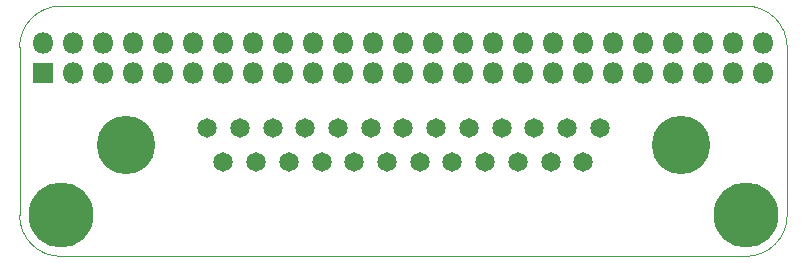
<source format=gbr>
%TF.GenerationSoftware,KiCad,Pcbnew,(5.1.4)-1*%
%TF.CreationDate,2020-08-22T20:00:46-05:00*%
%TF.ProjectId,daisy_chain_board,64616973-795f-4636-9861-696e5f626f61,rev?*%
%TF.SameCoordinates,PX59d60c0PY325aa00*%
%TF.FileFunction,Soldermask,Bot*%
%TF.FilePolarity,Negative*%
%FSLAX46Y46*%
G04 Gerber Fmt 4.6, Leading zero omitted, Abs format (unit mm)*
G04 Created by KiCad (PCBNEW (5.1.4)-1) date 2020-08-22 20:00:46*
%MOMM*%
%LPD*%
G04 APERTURE LIST*
%ADD10C,0.050000*%
%ADD11C,4.945000*%
%ADD12C,1.645000*%
%ADD13O,1.800000X1.800000*%
%ADD14R,1.800000X1.800000*%
%ADD15C,0.900000*%
%ADD16C,5.500000*%
G04 APERTURE END LIST*
D10*
X83800000Y-45696000D02*
X141800000Y-45696000D01*
X83800000Y-45696000D02*
G75*
G02X80300000Y-42196000I0J3500000D01*
G01*
X145300000Y-42196000D02*
G75*
G02X141800000Y-45696000I-3500000J0D01*
G01*
X80300000Y-27998000D02*
X80300000Y-42196000D01*
X145300000Y-27998000D02*
X145300000Y-42196000D01*
X83800000Y-24498000D02*
X141800000Y-24498000D01*
X80300000Y-27998000D02*
G75*
G02X83800000Y-24498000I3500000J0D01*
G01*
X141800000Y-24498000D02*
G75*
G02X145300000Y-27998000I0J-3500000D01*
G01*
D11*
%TO.C,J8*%
X89281600Y-36250000D03*
X136321600Y-36250000D03*
D12*
X97566600Y-37670000D03*
X100336600Y-37670000D03*
X103106600Y-37670000D03*
X105876600Y-37670000D03*
X108646600Y-37670000D03*
X111416600Y-37670000D03*
X114186600Y-37670000D03*
X116956600Y-37670000D03*
X119726600Y-37670000D03*
X122496600Y-37670000D03*
X125266600Y-37670000D03*
X128036600Y-37670000D03*
X96181600Y-34830000D03*
X98951600Y-34830000D03*
X101721600Y-34830000D03*
X104491600Y-34830000D03*
X107261600Y-34830000D03*
X110031600Y-34830000D03*
X112801600Y-34830000D03*
X115571600Y-34830000D03*
X118341600Y-34830000D03*
X121111600Y-34830000D03*
X123881600Y-34830000D03*
X126651600Y-34830000D03*
X129421600Y-34830000D03*
%TD*%
D13*
%TO.C,J7*%
X143226500Y-27654500D03*
X143226500Y-30194500D03*
X140686500Y-27654500D03*
X140686500Y-30194500D03*
X138146500Y-27654500D03*
X138146500Y-30194500D03*
X135606500Y-27654500D03*
X135606500Y-30194500D03*
X133066500Y-27654500D03*
X133066500Y-30194500D03*
X130526500Y-27654500D03*
X130526500Y-30194500D03*
X127986500Y-27654500D03*
X127986500Y-30194500D03*
X125446500Y-27654500D03*
X125446500Y-30194500D03*
X122906500Y-27654500D03*
X122906500Y-30194500D03*
X120366500Y-27654500D03*
X120366500Y-30194500D03*
X117826500Y-27654500D03*
X117826500Y-30194500D03*
X115286500Y-27654500D03*
X115286500Y-30194500D03*
X112746500Y-27654500D03*
X112746500Y-30194500D03*
X110206500Y-27654500D03*
X110206500Y-30194500D03*
X107666500Y-27654500D03*
X107666500Y-30194500D03*
X105126500Y-27654500D03*
X105126500Y-30194500D03*
X102586500Y-27654500D03*
X102586500Y-30194500D03*
X100046500Y-27654500D03*
X100046500Y-30194500D03*
X97506500Y-27654500D03*
X97506500Y-30194500D03*
X94966500Y-27654500D03*
X94966500Y-30194500D03*
X92426500Y-27654500D03*
X92426500Y-30194500D03*
X89886500Y-27654500D03*
X89886500Y-30194500D03*
X87346500Y-27654500D03*
X87346500Y-30194500D03*
X84806500Y-27654500D03*
X84806500Y-30194500D03*
X82266500Y-27654500D03*
D14*
X82266500Y-30194500D03*
%TD*%
D15*
%TO.C,H6*%
X143231891Y-40768109D03*
X141800000Y-40175000D03*
X140368109Y-40768109D03*
X139775000Y-42200000D03*
X140368109Y-43631891D03*
X141800000Y-44225000D03*
X143231891Y-43631891D03*
X143825000Y-42200000D03*
D16*
X141800000Y-42200000D03*
%TD*%
D15*
%TO.C,H5*%
X85231891Y-40768109D03*
X83800000Y-40175000D03*
X82368109Y-40768109D03*
X81775000Y-42200000D03*
X82368109Y-43631891D03*
X83800000Y-44225000D03*
X85231891Y-43631891D03*
X85825000Y-42200000D03*
D16*
X83800000Y-42200000D03*
%TD*%
M02*

</source>
